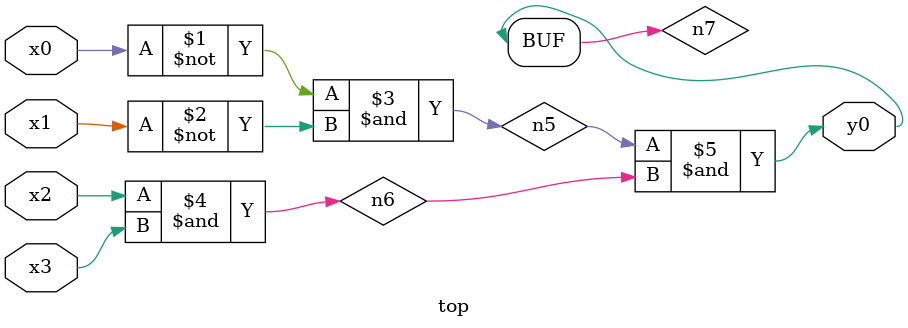
<source format=v>
module top( x0 , x1 , x2 , x3 , y0 );
  input x0 , x1 , x2 , x3 ;
  output y0 ;
  wire n5 , n6 , n7 ;
  assign n5 = ~x0 & ~x1 ;
  assign n6 = x2 & x3 ;
  assign n7 = n5 & n6 ;
  assign y0 = n7 ;
endmodule

</source>
